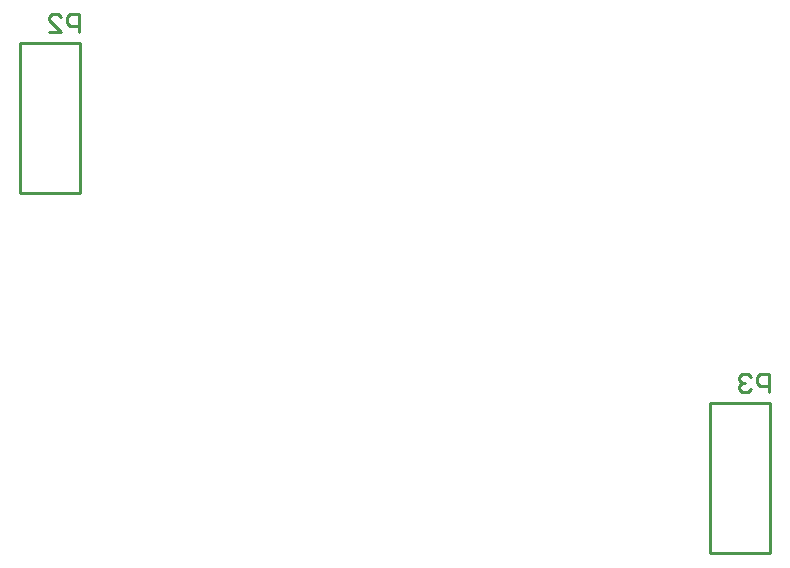
<source format=gbr>
G04 Layer_Color=32896*
%FSLAX26Y26*%
%MOIN*%
%TF.FileFunction,Legend,Bot*%
%TF.Part,Single*%
G01*
G75*
%TA.AperFunction,NonConductor*%
%ADD18C,0.010000*%
D18*
X2250000Y250000D02*
Y750000D01*
Y250000D02*
X2450000D01*
Y750000D01*
X2250000D02*
X2450000D01*
X-50000Y1450000D02*
Y1950000D01*
Y1450000D02*
X150000D01*
Y1950000D01*
X-50000D02*
X150000D01*
X2445000Y785000D02*
Y844981D01*
X2415010D01*
X2405013Y834984D01*
Y814990D01*
X2415010Y804994D01*
X2445000D01*
X2385019Y834984D02*
X2375023Y844981D01*
X2355029D01*
X2345032Y834984D01*
Y824987D01*
X2355029Y814990D01*
X2365026D01*
X2355029D01*
X2345032Y804994D01*
Y794997D01*
X2355029Y785000D01*
X2375023D01*
X2385019Y794997D01*
X145000Y1985000D02*
Y2044981D01*
X115010D01*
X105013Y2034984D01*
Y2014990D01*
X115010Y2004994D01*
X145000D01*
X45032Y1985000D02*
X85019D01*
X45032Y2024987D01*
Y2034984D01*
X55029Y2044981D01*
X75023D01*
X85019Y2034984D01*
%TF.MD5,044699bf2f465cf3bc5e760d9d8531ad*%
M02*

</source>
